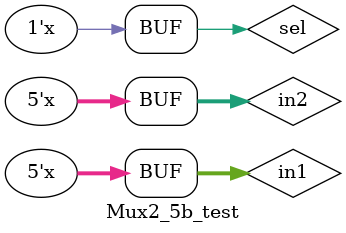
<source format=v>
`timescale 1ns / 1ps


module Mux2_5b_test;

	// Inputs
	reg [4:0] in1;
	reg [4:0] in2;
	reg sel;

	// Outputs
	wire [4:0] out;

	// Instantiate the Unit Under Test (UUT)
	Mux2_5b uut (
		.in1(in1), 
		.in2(in2), 
		.sel(sel), 
		.out(out)
	);

	initial begin
// Initialize Inputs
		in1 = 5'b00011;
		in2 = 5'b00100;
		sel = 0;
	
				
// Wait 100 ns for global reset to finish
		#100;
    
	end
		always#5 in1=~in1;
		always#5 in2=~in2;
		
		always
		begin
 
		#5 sel=~sel;
		end

		
      
endmodule

</source>
